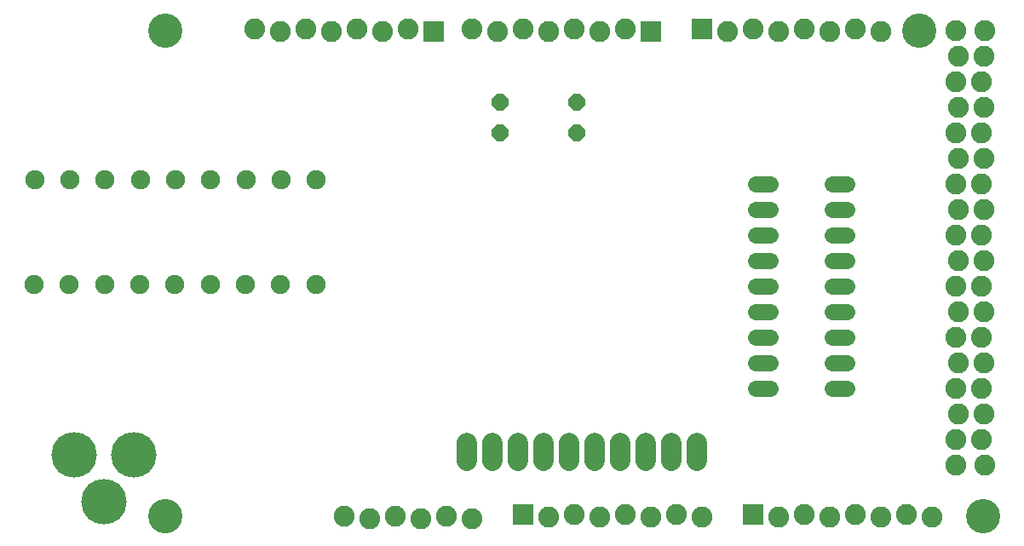
<source format=gbs>
G75*
G70*
%OFA0B0*%
%FSLAX24Y24*%
%IPPOS*%
%LPD*%
%AMOC8*
5,1,8,0,0,1.08239X$1,22.5*
%
%ADD10C,0.1340*%
%ADD11R,0.0820X0.0820*%
%ADD12C,0.0820*%
%ADD13C,0.0640*%
%ADD14C,0.1780*%
%ADD15OC8,0.0640*%
%ADD16C,0.0753*%
%ADD17C,0.0792*%
D10*
X007109Y001151D03*
X039109Y001151D03*
X036609Y020151D03*
X007109Y020151D03*
D11*
X017609Y020101D03*
X026109Y020101D03*
X028109Y020201D03*
X030109Y001201D03*
X021109Y001201D03*
D12*
X022109Y001101D03*
X023109Y001201D03*
X024109Y001101D03*
X025109Y001201D03*
X026109Y001101D03*
X027109Y001201D03*
X028109Y001101D03*
X031109Y001101D03*
X032109Y001201D03*
X033109Y001101D03*
X034109Y001201D03*
X035109Y001101D03*
X036109Y001201D03*
X037109Y001101D03*
X038039Y003151D03*
X039179Y003151D03*
X039059Y004151D03*
X038059Y004151D03*
X038159Y005151D03*
X039159Y005151D03*
X039059Y006151D03*
X038059Y006151D03*
X038159Y007151D03*
X039159Y007151D03*
X039059Y008151D03*
X038059Y008151D03*
X038159Y009151D03*
X039159Y009151D03*
X039059Y010151D03*
X038059Y010151D03*
X038159Y011151D03*
X039159Y011151D03*
X039059Y012151D03*
X038059Y012151D03*
X038159Y013151D03*
X039159Y013151D03*
X039059Y014151D03*
X038059Y014151D03*
X038159Y015151D03*
X039159Y015151D03*
X039059Y016151D03*
X038059Y016151D03*
X038159Y017151D03*
X039159Y017151D03*
X039059Y018151D03*
X038059Y018151D03*
X038159Y019151D03*
X039159Y019151D03*
X039179Y020151D03*
X038039Y020151D03*
X035109Y020101D03*
X034109Y020201D03*
X033109Y020101D03*
X032109Y020201D03*
X031109Y020101D03*
X030109Y020201D03*
X029109Y020101D03*
X025109Y020201D03*
X024109Y020101D03*
X023109Y020201D03*
X022109Y020101D03*
X021109Y020201D03*
X020109Y020101D03*
X019109Y020201D03*
X016609Y020201D03*
X015609Y020101D03*
X014609Y020201D03*
X013609Y020101D03*
X012609Y020201D03*
X011609Y020101D03*
X010609Y020201D03*
X014109Y001151D03*
X015109Y001051D03*
X016109Y001151D03*
X017109Y001051D03*
X018109Y001151D03*
X019109Y001051D03*
D13*
X030229Y006151D02*
X030789Y006151D01*
X030789Y007151D02*
X030229Y007151D01*
X030229Y008151D02*
X030789Y008151D01*
X030789Y009151D02*
X030229Y009151D01*
X030229Y010151D02*
X030789Y010151D01*
X030789Y011151D02*
X030229Y011151D01*
X030229Y012151D02*
X030789Y012151D01*
X030789Y013151D02*
X030229Y013151D01*
X030229Y014151D02*
X030789Y014151D01*
X033229Y014151D02*
X033789Y014151D01*
X033789Y013151D02*
X033229Y013151D01*
X033229Y012151D02*
X033789Y012151D01*
X033789Y011151D02*
X033229Y011151D01*
X033229Y010151D02*
X033789Y010151D01*
X033789Y009151D02*
X033229Y009151D01*
X033229Y008151D02*
X033789Y008151D01*
X033789Y007151D02*
X033229Y007151D01*
X033229Y006151D02*
X033789Y006151D01*
D14*
X004721Y001701D03*
X003540Y003551D03*
X005902Y003551D03*
D15*
X020209Y016151D03*
X020209Y017351D03*
X023209Y017351D03*
X023209Y016151D03*
D16*
X013031Y014293D03*
X011653Y014293D03*
X010275Y014293D03*
X008897Y014293D03*
X007519Y014293D03*
X006142Y014293D03*
X004764Y014293D03*
X003386Y014293D03*
X002008Y014293D03*
X001986Y010191D03*
X003364Y010191D03*
X004742Y010191D03*
X006120Y010191D03*
X007498Y010191D03*
X008876Y010191D03*
X010254Y010191D03*
X011632Y010191D03*
X013010Y010191D03*
D17*
X018909Y004007D02*
X018909Y003295D01*
X019909Y003295D02*
X019909Y004007D01*
X020909Y004007D02*
X020909Y003295D01*
X021909Y003295D02*
X021909Y004007D01*
X022909Y004007D02*
X022909Y003295D01*
X023909Y003295D02*
X023909Y004007D01*
X024909Y004007D02*
X024909Y003295D01*
X025909Y003295D02*
X025909Y004007D01*
X026909Y004007D02*
X026909Y003295D01*
X027909Y003295D02*
X027909Y004007D01*
M02*

</source>
